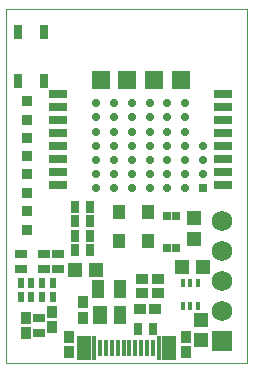
<source format=gts>
G75*
%MOIN*%
%OFA0B0*%
%FSLAX25Y25*%
%IPPOS*%
%LPD*%
%AMOC8*
5,1,8,0,0,1.08239X$1,22.5*
%
%ADD10C,0.00000*%
%ADD11R,0.04652X0.04534*%
%ADD12R,0.04042X0.03313*%
%ADD13R,0.03313X0.04042*%
%ADD14R,0.04534X0.04652*%
%ADD15R,0.04724X0.07874*%
%ADD16R,0.01575X0.07874*%
%ADD17R,0.01575X0.05512*%
%ADD18R,0.06900X0.06900*%
%ADD19C,0.06900*%
%ADD20R,0.04337X0.06069*%
%ADD21R,0.05124X0.06069*%
%ADD22R,0.04337X0.05124*%
%ADD23R,0.03550X0.03550*%
%ADD24R,0.03156X0.03943*%
%ADD25R,0.03943X0.03156*%
%ADD26R,0.02953X0.04528*%
%ADD27R,0.02565X0.02565*%
%ADD28R,0.06306X0.03156*%
%ADD29C,0.02762*%
%ADD30R,0.02762X0.02762*%
%ADD31R,0.06306X0.06306*%
%ADD32R,0.01378X0.02953*%
%ADD33R,0.02362X0.03543*%
D10*
X0041335Y0037870D02*
X0041335Y0155980D01*
X0121650Y0155980D01*
X0121650Y0037870D01*
X0041335Y0037870D01*
D11*
X0103934Y0079307D03*
X0103934Y0086197D03*
X0106296Y0052339D03*
X0106296Y0045449D03*
D12*
X0091926Y0061098D03*
X0091926Y0065823D03*
X0086808Y0065823D03*
X0086808Y0061098D03*
X0086020Y0055980D03*
X0091138Y0055980D03*
D13*
X0101178Y0046728D03*
X0101178Y0041610D03*
X0066926Y0053028D03*
X0066926Y0058146D03*
X0056690Y0054996D03*
X0056690Y0049878D03*
X0062201Y0046728D03*
X0062201Y0041610D03*
X0048028Y0047909D03*
X0048028Y0053028D03*
D14*
X0064268Y0068972D03*
X0071158Y0068972D03*
X0100095Y0069760D03*
X0106985Y0069760D03*
D15*
X0095823Y0042791D03*
X0067162Y0042791D03*
D16*
X0070666Y0042791D03*
X0092320Y0042791D03*
D17*
X0090351Y0042791D03*
X0088383Y0042791D03*
X0086414Y0042791D03*
X0084446Y0042791D03*
X0082477Y0042791D03*
X0080509Y0042791D03*
X0078540Y0042791D03*
X0076572Y0042791D03*
X0074603Y0042791D03*
X0072635Y0042791D03*
D18*
X0113383Y0045350D03*
D19*
X0113383Y0055350D03*
X0113383Y0065350D03*
X0113383Y0075350D03*
X0113383Y0085350D03*
D20*
X0079327Y0062673D03*
X0071847Y0062673D03*
X0079327Y0054012D03*
D21*
X0072635Y0054012D03*
D22*
X0079131Y0078421D03*
X0088579Y0078421D03*
X0088579Y0088264D03*
X0079131Y0088264D03*
D23*
X0048422Y0088657D03*
X0048422Y0082358D03*
X0048422Y0094563D03*
X0048422Y0100862D03*
X0048422Y0106768D03*
X0048422Y0113067D03*
X0048422Y0118972D03*
X0048422Y0125272D03*
D24*
X0064367Y0089839D03*
X0064367Y0085114D03*
X0064367Y0080390D03*
X0064367Y0075665D03*
X0069485Y0075665D03*
X0069485Y0080390D03*
X0069485Y0085114D03*
X0069485Y0089839D03*
X0085233Y0049287D03*
X0090351Y0049287D03*
D25*
X0058658Y0069169D03*
X0053934Y0069169D03*
X0053934Y0074287D03*
X0058658Y0074287D03*
X0046453Y0074287D03*
X0046453Y0069169D03*
X0052359Y0053028D03*
X0052359Y0047909D03*
D26*
X0053835Y0132063D03*
X0045371Y0132063D03*
X0045371Y0148402D03*
X0053835Y0148402D03*
D27*
X0094977Y0086787D03*
X0097930Y0086787D03*
X0097930Y0076354D03*
X0094977Y0076354D03*
D28*
X0113776Y0097319D03*
X0113776Y0101650D03*
X0113776Y0105980D03*
X0113776Y0110311D03*
X0113776Y0114642D03*
X0113776Y0118972D03*
X0113776Y0123303D03*
X0113776Y0127634D03*
X0058658Y0127634D03*
X0058658Y0123303D03*
X0058658Y0118972D03*
X0058658Y0114642D03*
X0058658Y0110311D03*
X0058658Y0105980D03*
X0058658Y0101650D03*
X0058658Y0097319D03*
D29*
X0071453Y0096138D03*
X0071453Y0100862D03*
X0071453Y0105587D03*
X0071453Y0110311D03*
X0071453Y0115035D03*
X0071453Y0119760D03*
X0071453Y0124484D03*
X0077359Y0124484D03*
X0077359Y0119760D03*
X0077359Y0115035D03*
X0077359Y0110311D03*
X0077359Y0105587D03*
X0077359Y0100862D03*
X0077359Y0096138D03*
X0083264Y0096138D03*
X0083264Y0100862D03*
X0083264Y0105587D03*
X0083264Y0110311D03*
X0083264Y0115035D03*
X0083264Y0119760D03*
X0083264Y0124484D03*
X0089170Y0124484D03*
X0089170Y0119760D03*
X0089170Y0115035D03*
X0089170Y0110311D03*
X0089170Y0105587D03*
X0089170Y0100862D03*
X0089170Y0096138D03*
X0095075Y0096138D03*
X0095075Y0100862D03*
X0095075Y0105587D03*
X0095075Y0110311D03*
X0095075Y0115035D03*
X0095075Y0119760D03*
X0095075Y0124484D03*
X0100981Y0124484D03*
X0100981Y0119760D03*
X0100981Y0115035D03*
X0100981Y0110311D03*
X0100981Y0105587D03*
X0100981Y0100862D03*
X0100981Y0096138D03*
X0106886Y0100862D03*
X0106886Y0105587D03*
X0106886Y0110311D03*
D30*
X0106886Y0096138D03*
D31*
X0099505Y0132358D03*
X0090646Y0132358D03*
X0081788Y0132358D03*
X0072930Y0132358D03*
D32*
X0100194Y0064543D03*
X0102753Y0064543D03*
X0105312Y0064543D03*
X0105312Y0056866D03*
X0102753Y0056866D03*
X0100194Y0056866D03*
D33*
X0056886Y0059917D03*
X0053343Y0059917D03*
X0049800Y0059917D03*
X0046257Y0059917D03*
X0046257Y0064642D03*
X0049800Y0064642D03*
X0053343Y0064642D03*
X0056886Y0064642D03*
M02*

</source>
